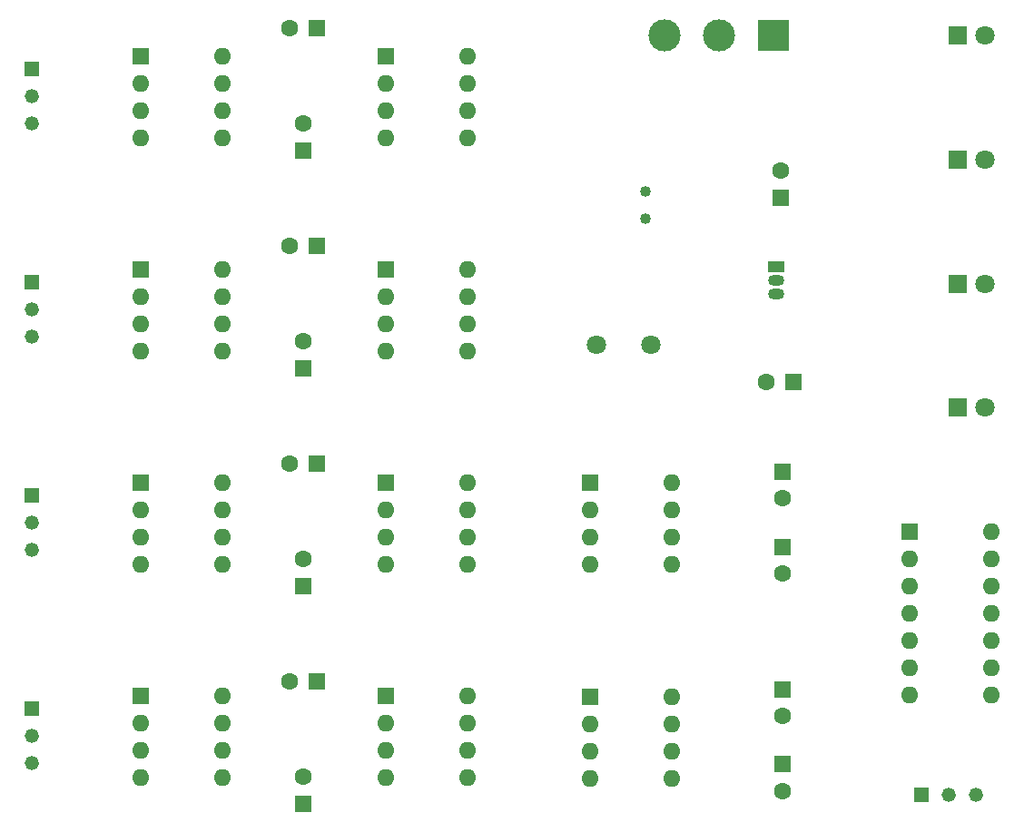
<source format=gbs>
%TF.GenerationSoftware,KiCad,Pcbnew,(6.0.1)*%
%TF.CreationDate,2022-03-23T17:06:25-04:00*%
%TF.ProjectId,accordeur,6163636f-7264-4657-9572-2e6b69636164,0*%
%TF.SameCoordinates,Original*%
%TF.FileFunction,Soldermask,Bot*%
%TF.FilePolarity,Negative*%
%FSLAX46Y46*%
G04 Gerber Fmt 4.6, Leading zero omitted, Abs format (unit mm)*
G04 Created by KiCad (PCBNEW (6.0.1)) date 2022-03-23 17:06:25*
%MOMM*%
%LPD*%
G01*
G04 APERTURE LIST*
%ADD10R,1.600000X1.600000*%
%ADD11C,1.600000*%
%ADD12O,1.600000X1.600000*%
%ADD13R,1.320800X1.320800*%
%ADD14C,1.320800*%
%ADD15R,1.800000X1.800000*%
%ADD16C,1.800000*%
%ADD17R,1.500000X1.050000*%
%ADD18O,1.500000X1.050000*%
%ADD19C,1.016000*%
%ADD20R,3.000000X3.000000*%
%ADD21C,3.000000*%
G04 APERTURE END LIST*
D10*
X144780000Y-70376395D03*
D11*
X144780000Y-67876395D03*
D10*
X127010000Y-116950000D03*
D12*
X127010000Y-119490000D03*
X127010000Y-122030000D03*
X127010000Y-124570000D03*
X134630000Y-124570000D03*
X134630000Y-122030000D03*
X134630000Y-119490000D03*
X134630000Y-116950000D03*
D10*
X145000000Y-102997000D03*
D11*
X145000000Y-105497000D03*
D10*
X100285113Y-86295111D03*
D11*
X100285113Y-83795111D03*
D13*
X74930000Y-98213332D03*
D14*
X74930000Y-100753332D03*
X74930000Y-103293332D03*
D11*
X100285113Y-124435113D03*
D10*
X100285113Y-126935113D03*
X85100000Y-77056666D03*
D12*
X85100000Y-79596666D03*
X85100000Y-82136666D03*
X85100000Y-84676666D03*
X92720000Y-84676666D03*
X92720000Y-82136666D03*
X92720000Y-79596666D03*
X92720000Y-77056666D03*
D15*
X161285000Y-90000000D03*
D16*
X163825000Y-90000000D03*
D13*
X74930000Y-78316666D03*
D14*
X74930000Y-80856666D03*
X74930000Y-83396666D03*
D10*
X107960000Y-57160000D03*
D12*
X107960000Y-59700000D03*
X107960000Y-62240000D03*
X107960000Y-64780000D03*
X115580000Y-64780000D03*
X115580000Y-62240000D03*
X115580000Y-59700000D03*
X115580000Y-57160000D03*
D13*
X74930000Y-118110000D03*
D14*
X74930000Y-120650000D03*
X74930000Y-123190000D03*
D10*
X101535113Y-95249998D03*
D11*
X99035113Y-95249998D03*
D13*
X74930000Y-58420000D03*
D14*
X74930000Y-60960000D03*
X74930000Y-63500000D03*
D10*
X127010000Y-96953332D03*
D12*
X127010000Y-99493332D03*
X127010000Y-102033332D03*
X127010000Y-104573332D03*
X134630000Y-104573332D03*
X134630000Y-102033332D03*
X134630000Y-99493332D03*
X134630000Y-96953332D03*
D10*
X107960000Y-77056666D03*
D12*
X107960000Y-79596666D03*
X107960000Y-82136666D03*
X107960000Y-84676666D03*
X115580000Y-84676666D03*
X115580000Y-82136666D03*
X115580000Y-79596666D03*
X115580000Y-77056666D03*
D10*
X100285113Y-106615110D03*
D11*
X100285113Y-104115110D03*
D10*
X85100000Y-57160000D03*
D12*
X85100000Y-59700000D03*
X85100000Y-62240000D03*
X85100000Y-64780000D03*
X92720000Y-64780000D03*
X92720000Y-62240000D03*
X92720000Y-59700000D03*
X92720000Y-57160000D03*
D10*
X85100000Y-96953332D03*
D12*
X85100000Y-99493332D03*
X85100000Y-102033332D03*
X85100000Y-104573332D03*
X92720000Y-104573332D03*
X92720000Y-102033332D03*
X92720000Y-99493332D03*
X92720000Y-96953332D03*
D16*
X132715000Y-84090000D03*
X127635000Y-84090000D03*
D10*
X145000000Y-95949888D03*
D11*
X145000000Y-98449888D03*
D10*
X107960000Y-96953332D03*
D12*
X107960000Y-99493332D03*
X107960000Y-102033332D03*
X107960000Y-104573332D03*
X115580000Y-104573332D03*
X115580000Y-102033332D03*
X115580000Y-99493332D03*
X115580000Y-96953332D03*
D15*
X161285000Y-78415000D03*
D16*
X163825000Y-78415000D03*
D17*
X144420000Y-76835000D03*
D18*
X144420000Y-78105000D03*
X144420000Y-79375000D03*
D19*
X132175000Y-72390000D03*
X132175000Y-69850000D03*
D10*
X100285113Y-65975112D03*
D11*
X100285113Y-63475112D03*
D10*
X101535113Y-115569997D03*
D11*
X99035113Y-115569997D03*
D10*
X145985113Y-87630000D03*
D11*
X143485113Y-87630000D03*
D10*
X85100000Y-116850000D03*
D12*
X85100000Y-119390000D03*
X85100000Y-121930000D03*
X85100000Y-124470000D03*
X92720000Y-124470000D03*
X92720000Y-121930000D03*
X92720000Y-119390000D03*
X92720000Y-116850000D03*
D10*
X145000000Y-116269888D03*
D11*
X145000000Y-118769888D03*
D15*
X161285000Y-55245000D03*
D16*
X163825000Y-55245000D03*
D10*
X156855000Y-101595000D03*
D12*
X156855000Y-104135000D03*
X156855000Y-106675000D03*
X156855000Y-109215000D03*
X156855000Y-111755000D03*
X156855000Y-114295000D03*
X156855000Y-116835000D03*
X164475000Y-116835000D03*
X164475000Y-114295000D03*
X164475000Y-111755000D03*
X164475000Y-109215000D03*
X164475000Y-106675000D03*
X164475000Y-104135000D03*
X164475000Y-101595000D03*
D13*
X157937200Y-126111000D03*
D14*
X160477200Y-126111000D03*
X163017200Y-126111000D03*
D10*
X101535113Y-54610000D03*
D11*
X99035113Y-54610000D03*
D15*
X161285000Y-66830000D03*
D16*
X163825000Y-66830000D03*
D10*
X145000000Y-123269888D03*
D11*
X145000000Y-125769888D03*
D10*
X107960000Y-116850000D03*
D12*
X107960000Y-119390000D03*
X107960000Y-121930000D03*
X107960000Y-124470000D03*
X115580000Y-124470000D03*
X115580000Y-121930000D03*
X115580000Y-119390000D03*
X115580000Y-116850000D03*
D10*
X101535113Y-74929999D03*
D11*
X99035113Y-74929999D03*
D20*
X144145000Y-55245000D03*
D21*
X139065000Y-55245000D03*
X133985000Y-55245000D03*
M02*

</source>
